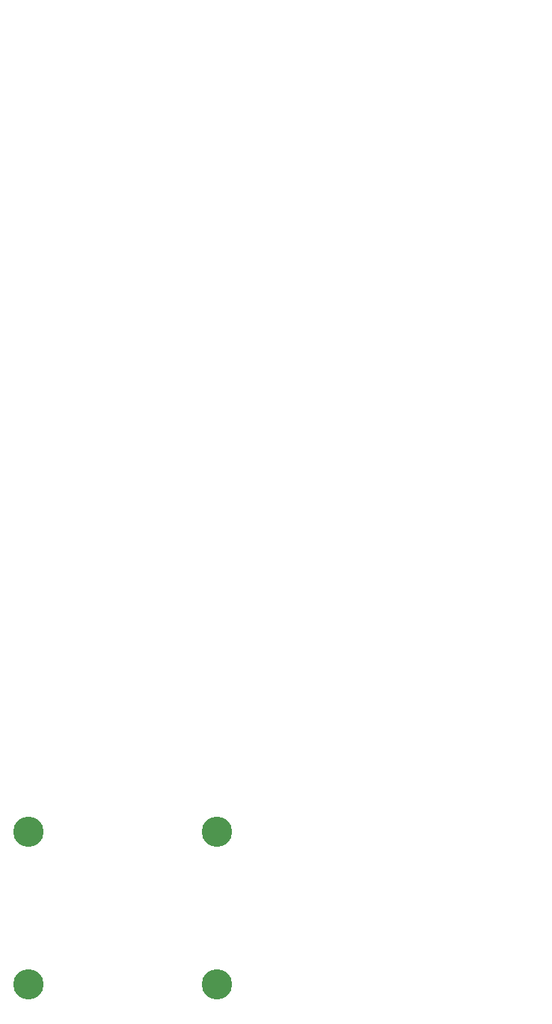
<source format=gbr>
%TF.GenerationSoftware,Altium Limited,Altium Designer,19.0.10 (269)*%
G04 Layer_Color=0*
%FSLAX26Y26*%
%MOIN*%
%TF.FileFunction,NonPlated,1,2,NPTH,Drill*%
%TF.Part,Single*%
G01*
G75*
%TA.AperFunction,ComponentDrill*%
%ADD41C,0.135000*%
G36*
X3232284Y5315000D02*
D01*
D02*
G37*
D41*
X1798032Y1037402D02*
D03*
X957874D02*
D03*
Y1718504D02*
D03*
X1798032D02*
D03*
%TF.MD5,bb875b4e911acd18e5a59c5cdf63b333*%
M02*

</source>
